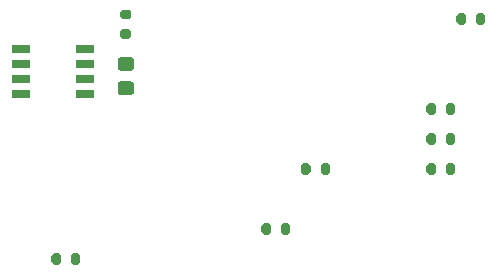
<source format=gbr>
%TF.GenerationSoftware,KiCad,Pcbnew,(5.1.9)-1*%
%TF.CreationDate,2021-05-16T10:50:45-07:00*%
%TF.ProjectId,VacuumSensor,56616375-756d-4536-956e-736f722e6b69,rev?*%
%TF.SameCoordinates,Original*%
%TF.FileFunction,Paste,Bot*%
%TF.FilePolarity,Positive*%
%FSLAX46Y46*%
G04 Gerber Fmt 4.6, Leading zero omitted, Abs format (unit mm)*
G04 Created by KiCad (PCBNEW (5.1.9)-1) date 2021-05-16 10:50:45*
%MOMM*%
%LPD*%
G01*
G04 APERTURE LIST*
%ADD10R,1.528000X0.650000*%
G04 APERTURE END LIST*
%TO.C,R1*%
G36*
G01*
X118955000Y-91165000D02*
X118955000Y-91715000D01*
G75*
G02*
X118755000Y-91915000I-200000J0D01*
G01*
X118355000Y-91915000D01*
G75*
G02*
X118155000Y-91715000I0J200000D01*
G01*
X118155000Y-91165000D01*
G75*
G02*
X118355000Y-90965000I200000J0D01*
G01*
X118755000Y-90965000D01*
G75*
G02*
X118955000Y-91165000I0J-200000D01*
G01*
G37*
G36*
G01*
X120605000Y-91165000D02*
X120605000Y-91715000D01*
G75*
G02*
X120405000Y-91915000I-200000J0D01*
G01*
X120005000Y-91915000D01*
G75*
G02*
X119805000Y-91715000I0J200000D01*
G01*
X119805000Y-91165000D01*
G75*
G02*
X120005000Y-90965000I200000J0D01*
G01*
X120405000Y-90965000D01*
G75*
G02*
X120605000Y-91165000I0J-200000D01*
G01*
G37*
%TD*%
D10*
%TO.C,IC3*%
X86702000Y-97790000D03*
X86702000Y-96520000D03*
X86702000Y-95250000D03*
X86702000Y-93980000D03*
X81280000Y-93980000D03*
X81280000Y-95250000D03*
X81280000Y-96520000D03*
X81280000Y-97790000D03*
%TD*%
%TO.C,C7*%
G36*
G01*
X90620001Y-95825000D02*
X89719999Y-95825000D01*
G75*
G02*
X89470000Y-95575001I0J249999D01*
G01*
X89470000Y-94924999D01*
G75*
G02*
X89719999Y-94675000I249999J0D01*
G01*
X90620001Y-94675000D01*
G75*
G02*
X90870000Y-94924999I0J-249999D01*
G01*
X90870000Y-95575001D01*
G75*
G02*
X90620001Y-95825000I-249999J0D01*
G01*
G37*
G36*
G01*
X90620001Y-97875000D02*
X89719999Y-97875000D01*
G75*
G02*
X89470000Y-97625001I0J249999D01*
G01*
X89470000Y-96974999D01*
G75*
G02*
X89719999Y-96725000I249999J0D01*
G01*
X90620001Y-96725000D01*
G75*
G02*
X90870000Y-96974999I0J-249999D01*
G01*
X90870000Y-97625001D01*
G75*
G02*
X90620001Y-97875000I-249999J0D01*
G01*
G37*
%TD*%
%TO.C,R7*%
G36*
G01*
X102445000Y-108945000D02*
X102445000Y-109495000D01*
G75*
G02*
X102245000Y-109695000I-200000J0D01*
G01*
X101845000Y-109695000D01*
G75*
G02*
X101645000Y-109495000I0J200000D01*
G01*
X101645000Y-108945000D01*
G75*
G02*
X101845000Y-108745000I200000J0D01*
G01*
X102245000Y-108745000D01*
G75*
G02*
X102445000Y-108945000I0J-200000D01*
G01*
G37*
G36*
G01*
X104095000Y-108945000D02*
X104095000Y-109495000D01*
G75*
G02*
X103895000Y-109695000I-200000J0D01*
G01*
X103495000Y-109695000D01*
G75*
G02*
X103295000Y-109495000I0J200000D01*
G01*
X103295000Y-108945000D01*
G75*
G02*
X103495000Y-108745000I200000J0D01*
G01*
X103895000Y-108745000D01*
G75*
G02*
X104095000Y-108945000I0J-200000D01*
G01*
G37*
%TD*%
%TO.C,R8*%
G36*
G01*
X85515000Y-112035000D02*
X85515000Y-111485000D01*
G75*
G02*
X85715000Y-111285000I200000J0D01*
G01*
X86115000Y-111285000D01*
G75*
G02*
X86315000Y-111485000I0J-200000D01*
G01*
X86315000Y-112035000D01*
G75*
G02*
X86115000Y-112235000I-200000J0D01*
G01*
X85715000Y-112235000D01*
G75*
G02*
X85515000Y-112035000I0J200000D01*
G01*
G37*
G36*
G01*
X83865000Y-112035000D02*
X83865000Y-111485000D01*
G75*
G02*
X84065000Y-111285000I200000J0D01*
G01*
X84465000Y-111285000D01*
G75*
G02*
X84665000Y-111485000I0J-200000D01*
G01*
X84665000Y-112035000D01*
G75*
G02*
X84465000Y-112235000I-200000J0D01*
G01*
X84065000Y-112235000D01*
G75*
G02*
X83865000Y-112035000I0J200000D01*
G01*
G37*
%TD*%
%TO.C,R6*%
G36*
G01*
X105810000Y-103865000D02*
X105810000Y-104415000D01*
G75*
G02*
X105610000Y-104615000I-200000J0D01*
G01*
X105210000Y-104615000D01*
G75*
G02*
X105010000Y-104415000I0J200000D01*
G01*
X105010000Y-103865000D01*
G75*
G02*
X105210000Y-103665000I200000J0D01*
G01*
X105610000Y-103665000D01*
G75*
G02*
X105810000Y-103865000I0J-200000D01*
G01*
G37*
G36*
G01*
X107460000Y-103865000D02*
X107460000Y-104415000D01*
G75*
G02*
X107260000Y-104615000I-200000J0D01*
G01*
X106860000Y-104615000D01*
G75*
G02*
X106660000Y-104415000I0J200000D01*
G01*
X106660000Y-103865000D01*
G75*
G02*
X106860000Y-103665000I200000J0D01*
G01*
X107260000Y-103665000D01*
G75*
G02*
X107460000Y-103865000I0J-200000D01*
G01*
G37*
%TD*%
%TO.C,R5*%
G36*
G01*
X90445000Y-91460000D02*
X89895000Y-91460000D01*
G75*
G02*
X89695000Y-91260000I0J200000D01*
G01*
X89695000Y-90860000D01*
G75*
G02*
X89895000Y-90660000I200000J0D01*
G01*
X90445000Y-90660000D01*
G75*
G02*
X90645000Y-90860000I0J-200000D01*
G01*
X90645000Y-91260000D01*
G75*
G02*
X90445000Y-91460000I-200000J0D01*
G01*
G37*
G36*
G01*
X90445000Y-93110000D02*
X89895000Y-93110000D01*
G75*
G02*
X89695000Y-92910000I0J200000D01*
G01*
X89695000Y-92510000D01*
G75*
G02*
X89895000Y-92310000I200000J0D01*
G01*
X90445000Y-92310000D01*
G75*
G02*
X90645000Y-92510000I0J-200000D01*
G01*
X90645000Y-92910000D01*
G75*
G02*
X90445000Y-93110000I-200000J0D01*
G01*
G37*
%TD*%
%TO.C,R4*%
G36*
G01*
X117265000Y-104415000D02*
X117265000Y-103865000D01*
G75*
G02*
X117465000Y-103665000I200000J0D01*
G01*
X117865000Y-103665000D01*
G75*
G02*
X118065000Y-103865000I0J-200000D01*
G01*
X118065000Y-104415000D01*
G75*
G02*
X117865000Y-104615000I-200000J0D01*
G01*
X117465000Y-104615000D01*
G75*
G02*
X117265000Y-104415000I0J200000D01*
G01*
G37*
G36*
G01*
X115615000Y-104415000D02*
X115615000Y-103865000D01*
G75*
G02*
X115815000Y-103665000I200000J0D01*
G01*
X116215000Y-103665000D01*
G75*
G02*
X116415000Y-103865000I0J-200000D01*
G01*
X116415000Y-104415000D01*
G75*
G02*
X116215000Y-104615000I-200000J0D01*
G01*
X115815000Y-104615000D01*
G75*
G02*
X115615000Y-104415000I0J200000D01*
G01*
G37*
%TD*%
%TO.C,R3*%
G36*
G01*
X117265000Y-101875000D02*
X117265000Y-101325000D01*
G75*
G02*
X117465000Y-101125000I200000J0D01*
G01*
X117865000Y-101125000D01*
G75*
G02*
X118065000Y-101325000I0J-200000D01*
G01*
X118065000Y-101875000D01*
G75*
G02*
X117865000Y-102075000I-200000J0D01*
G01*
X117465000Y-102075000D01*
G75*
G02*
X117265000Y-101875000I0J200000D01*
G01*
G37*
G36*
G01*
X115615000Y-101875000D02*
X115615000Y-101325000D01*
G75*
G02*
X115815000Y-101125000I200000J0D01*
G01*
X116215000Y-101125000D01*
G75*
G02*
X116415000Y-101325000I0J-200000D01*
G01*
X116415000Y-101875000D01*
G75*
G02*
X116215000Y-102075000I-200000J0D01*
G01*
X115815000Y-102075000D01*
G75*
G02*
X115615000Y-101875000I0J200000D01*
G01*
G37*
%TD*%
%TO.C,R2*%
G36*
G01*
X116415000Y-98785000D02*
X116415000Y-99335000D01*
G75*
G02*
X116215000Y-99535000I-200000J0D01*
G01*
X115815000Y-99535000D01*
G75*
G02*
X115615000Y-99335000I0J200000D01*
G01*
X115615000Y-98785000D01*
G75*
G02*
X115815000Y-98585000I200000J0D01*
G01*
X116215000Y-98585000D01*
G75*
G02*
X116415000Y-98785000I0J-200000D01*
G01*
G37*
G36*
G01*
X118065000Y-98785000D02*
X118065000Y-99335000D01*
G75*
G02*
X117865000Y-99535000I-200000J0D01*
G01*
X117465000Y-99535000D01*
G75*
G02*
X117265000Y-99335000I0J200000D01*
G01*
X117265000Y-98785000D01*
G75*
G02*
X117465000Y-98585000I200000J0D01*
G01*
X117865000Y-98585000D01*
G75*
G02*
X118065000Y-98785000I0J-200000D01*
G01*
G37*
%TD*%
M02*

</source>
